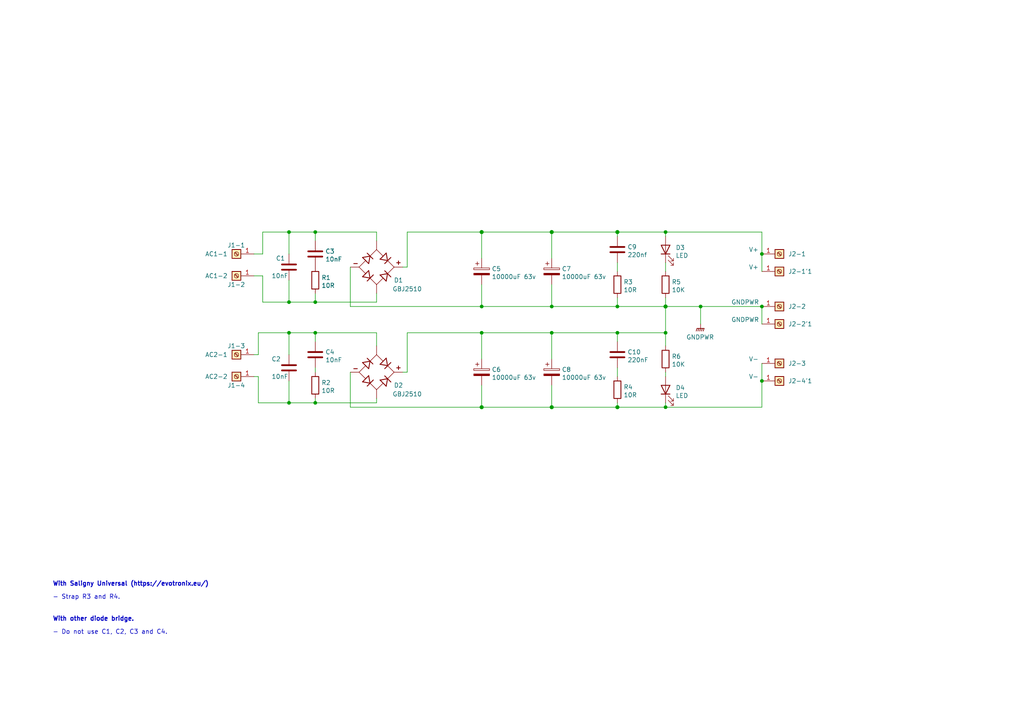
<source format=kicad_sch>
(kicad_sch (version 20230121) (generator eeschema)
  (paper "A4")
  (title_block (title "Q17 Power Supply Universal") (date "2023-08-21") (rev "1.0") (company "by stef"))
  (lib_symbols
    (symbol "Bridge_GBJ:GBJ2510" (pin_numbers hide) (pin_names (offset 1.016))
      (property "Reference" "D" (at 5.08 5.08 0))
      (property "Value" "GBJ2510" (at 5.08 -7.62 0))
      (symbol "GBJ2510_0_0"
        (polyline (pts (xy -6.858 1.27) (xy -5.842 1.27)) (stroke (width 0.254)))
        (polyline (pts (xy -6.35 0.762) (xy -6.35 1.778)) (stroke (width 0.254)))
        (polyline (pts (xy -5.08 0) (xy -3.175 -1.905)) (stroke (width 0.1524)))
        (polyline (pts (xy -3.175 -1.905) (xy -2.794 -4.064)) (stroke (width 0.254)))
        (polyline (pts (xy -3.175 -1.905) (xy -1.016 -2.286)) (stroke (width 0.254)))
        (polyline (pts (xy -3.175 1.905) (xy -5.08 0)) (stroke (width 0.1524)))
        (polyline (pts (xy -3.175 1.905) (xy -2.794 4.064)) (stroke (width 0.254)))
        (polyline (pts (xy -3.175 1.905) (xy -1.016 2.286)) (stroke (width 0.254)))
        (polyline (pts (xy -2.3622 -1.0668) (xy -4.1402 -2.8448)) (stroke (width 0.254)))
        (polyline (pts (xy -2.3622 1.016) (xy -4.1402 2.794)) (stroke (width 0.254)))
        (polyline (pts (xy -1.016 -2.286) (xy -2.794 -4.064)) (stroke (width 0.254)))
        (polyline (pts (xy -1.016 2.286) (xy -2.794 4.064)) (stroke (width 0.254)))
        (polyline (pts (xy 0 -5.08) (xy -1.8034 -3.2766)) (stroke (width 0.1524)))
        (polyline (pts (xy 0 -5.08) (xy 1.905 -3.175)) (stroke (width 0.1524)))
        (polyline (pts (xy 0 5.08) (xy -1.8034 3.2766)) (stroke (width 0.1524)))
        (polyline (pts (xy 1.905 -3.175) (xy 2.286 -1.016)) (stroke (width 0.254)))
        (polyline (pts (xy 1.905 -3.175) (xy 4.064 -2.794)) (stroke (width 0.254)))
        (polyline (pts (xy 1.905 3.175) (xy 0 5.08)) (stroke (width 0.1524)))
        (polyline (pts (xy 1.905 3.175) (xy 2.286 1.016)) (stroke (width 0.254)))
        (polyline (pts (xy 1.905 3.175) (xy 4.064 2.794)) (stroke (width 0.254)))
        (polyline (pts (xy 2.7178 -4.0386) (xy 0.9398 -2.2606)) (stroke (width 0.254)))
        (polyline (pts (xy 2.7178 4.0386) (xy 1.0668 2.3876)) (stroke (width 0.254)))
        (polyline (pts (xy 3.2766 -1.8034) (xy 5.08 0)) (stroke (width 0.1524)))
        (polyline (pts (xy 4.064 -2.794) (xy 2.286 -1.016)) (stroke (width 0.254)))
        (polyline (pts (xy 4.064 2.794) (xy 2.286 1.016)) (stroke (width 0.254)))
        (polyline (pts (xy 5.08 0) (xy 3.2766 1.8034)) (stroke (width 0.1524)))
        (polyline (pts (xy 5.588 1.016) (xy 6.604 1.016)) (stroke (width 0.254)))
        (pin passive line (at -7.62 0 0) (length 2.54) (name "~") (number "1"))
        (pin passive line (at 0 7.62 270) (length 2.54) (name "~") (number "2"))
        (pin passive line (at 0 -7.62 90) (length 2.54) (name "~") (number "3"))
        (pin passive line (at 7.62 0 180) (length 2.54) (name "~") (number "4"))
      )
    )
    (symbol "Connector:Screw_Terminal_01x01" (pin_names (offset 1.016) hide)
      (property "Reference" "J" (at 0 2.54 0))
      (property "Value" "Screw_Terminal_01x01" (at 0 -2.54 0))
      (symbol "Screw_Terminal_01x01_1_1"
        (rectangle (start -1.27 1.27) (end 1.27 -1.27) (stroke (width 0.254)) (fill (type background)))
        (polyline (pts (xy -0.5334 0.3302) (xy 0.3302 -0.508)) (stroke (width 0.1524)))
        (polyline (pts (xy -0.3556 0.508) (xy 0.508 -0.3302)) (stroke (width 0.1524)))
        (circle (center 0 0) (radius 0.635) (stroke (width 0.1524)))
        (pin passive line (at -5.08 0 0) (length 3.81) (name "Pin_1") (number "1"))
      )
    )
    (symbol "Device:C" (pin_numbers hide) (pin_names (offset 0.254))
      (property "Reference" "C" (at 0.635 2.54 0))
      (property "Value" "C" (at 0.635 -2.54 0))
      (symbol "C_0_1"
        (polyline (pts (xy -2.032 -0.762) (xy 2.032 -0.762)) (stroke (width 0.508)))
        (polyline (pts (xy -2.032 0.762) (xy 2.032 0.762)) (stroke (width 0.508)))
      )
      (symbol "C_1_1"
        (pin passive line (at 0 3.81 270) (length 2.794) (name "~") (number "1"))
        (pin passive line (at 0 -3.81 90) (length 2.794) (name "~") (number "2"))
      )
    )
    (symbol "Device:C_Polarized" (pin_numbers hide) (pin_names (offset 0.254))
      (property "Reference" "C" (at 0.635 2.54 0))
      (property "Value" "C_Polarized" (at 0.635 -2.54 0))
      (symbol "C_Polarized_0_1"
        (rectangle (start -2.286 0.508) (end 2.286 1.016))
        (polyline (pts (xy -1.778 2.286) (xy -0.762 2.286)))
        (polyline (pts (xy -1.27 2.794) (xy -1.27 1.778)))
        (rectangle (start 2.286 -0.508) (end -2.286 -1.016) (fill (type outline)))
      )
      (symbol "C_Polarized_1_1"
        (pin passive line (at 0 3.81 270) (length 2.794) (name "~") (number "1"))
        (pin passive line (at 0 -3.81 90) (length 2.794) (name "~") (number "2"))
      )
    )
    (symbol "Device:LED" (pin_numbers hide) (pin_names (offset 1.016) hide)
      (property "Reference" "D" (at 0 2.54 0))
      (property "Value" "LED" (at 0 -2.54 0))
      (symbol "LED_0_1"
        (polyline (pts (xy -1.27 -1.27) (xy -1.27 1.27)) (stroke (width 0.254)))
        (polyline (pts (xy -1.27 0) (xy 1.27 0)))
        (polyline (pts (xy 1.27 -1.27) (xy 1.27 1.27) (xy -1.27 0) (xy 1.27 -1.27)) (stroke (width 0.254)))
        (polyline (pts (xy -3.048 -0.762) (xy -4.572 -2.286) (xy -3.81 -2.286) (xy -4.572 -2.286) (xy -4.572 -1.524)))
        (polyline (pts (xy -1.778 -0.762) (xy -3.302 -2.286) (xy -2.54 -2.286) (xy -3.302 -2.286) (xy -3.302 -1.524)))
      )
      (symbol "LED_1_1"
        (pin passive line (at -3.81 0 0) (length 2.54) (name "K") (number "1"))
        (pin passive line (at 3.81 0 180) (length 2.54) (name "A") (number "2"))
      )
    )
    (symbol "Device:R" (pin_numbers hide) (pin_names (offset 0))
      (property "Reference" "R" (at 2.032 0 90))
      (property "Value" "R" (at 0 0 90))
      (symbol "R_0_1"
        (rectangle (start -1.016 -2.54) (end 1.016 2.54) (stroke (width 0.254)))
      )
      (symbol "R_1_1"
        (pin passive line (at 0 3.81 270) (length 1.27) (name "~") (number "1"))
        (pin passive line (at 0 -3.81 90) (length 1.27) (name "~") (number "2"))
      )
    )
    (symbol "GBJ2510_1" (pin_numbers hide) (pin_names (offset 1.016))
      (property "Reference" "D" (at 5.08 5.08 0))
      (property "Value" "GBJ2510" (at 5.08 -7.62 0))
      (symbol "GBJ2510_1_0_0"
        (polyline (pts (xy -6.858 1.27) (xy -5.842 1.27)) (stroke (width 0.254)))
        (polyline (pts (xy -6.35 0.762) (xy -6.35 1.778)) (stroke (width 0.254)))
        (polyline (pts (xy -5.08 0) (xy -3.175 -1.905)) (stroke (width 0.1524)))
        (polyline (pts (xy -3.175 -1.905) (xy -2.794 -4.064)) (stroke (width 0.254)))
        (polyline (pts (xy -3.175 -1.905) (xy -1.016 -2.286)) (stroke (width 0.254)))
        (polyline (pts (xy -3.175 1.905) (xy -5.08 0)) (stroke (width 0.1524)))
        (polyline (pts (xy -3.175 1.905) (xy -2.794 4.064)) (stroke (width 0.254)))
        (polyline (pts (xy -3.175 1.905) (xy -1.016 2.286)) (stroke (width 0.254)))
        (polyline (pts (xy -2.3622 -1.0668) (xy -4.1402 -2.8448)) (stroke (width 0.254)))
        (polyline (pts (xy -2.3622 1.016) (xy -4.1402 2.794)) (stroke (width 0.254)))
        (polyline (pts (xy -1.016 -2.286) (xy -2.794 -4.064)) (stroke (width 0.254)))
        (polyline (pts (xy -1.016 2.286) (xy -2.794 4.064)) (stroke (width 0.254)))
        (polyline (pts (xy 0 -5.08) (xy -1.8034 -3.2766)) (stroke (width 0.1524)))
        (polyline (pts (xy 0 -5.08) (xy 1.905 -3.175)) (stroke (width 0.1524)))
        (polyline (pts (xy 0 5.08) (xy -1.8034 3.2766)) (stroke (width 0.1524)))
        (polyline (pts (xy 1.905 -3.175) (xy 2.286 -1.016)) (stroke (width 0.254)))
        (polyline (pts (xy 1.905 -3.175) (xy 4.064 -2.794)) (stroke (width 0.254)))
        (polyline (pts (xy 1.905 3.175) (xy 0 5.08)) (stroke (width 0.1524)))
        (polyline (pts (xy 1.905 3.175) (xy 2.286 1.016)) (stroke (width 0.254)))
        (polyline (pts (xy 1.905 3.175) (xy 4.064 2.794)) (stroke (width 0.254)))
        (polyline (pts (xy 2.7178 -4.0386) (xy 0.9398 -2.2606)) (stroke (width 0.254)))
        (polyline (pts (xy 2.7178 4.0386) (xy 1.0668 2.3876)) (stroke (width 0.254)))
        (polyline (pts (xy 3.2766 -1.8034) (xy 5.08 0)) (stroke (width 0.1524)))
        (polyline (pts (xy 4.064 -2.794) (xy 2.286 -1.016)) (stroke (width 0.254)))
        (polyline (pts (xy 4.064 2.794) (xy 2.286 1.016)) (stroke (width 0.254)))
        (polyline (pts (xy 5.08 0) (xy 3.2766 1.8034)) (stroke (width 0.1524)))
        (polyline (pts (xy 5.588 1.016) (xy 6.604 1.016)) (stroke (width 0.254)))
        (pin passive line (at -7.62 0 0) (length 2.54) (name "~") (number "1"))
        (pin passive line (at 0 7.62 270) (length 2.54) (name "~") (number "2"))
        (pin passive line (at 0 -7.62 90) (length 2.54) (name "~") (number "3"))
        (pin passive line (at 7.62 0 180) (length 2.54) (name "~") (number "4"))
      )
    )
    (symbol "power:GNDPWR" (power) (pin_names (offset 0))
      (property "Value" "GNDPWR" (at 0 -3.302 0))
      (symbol "GNDPWR_0_1"
        (polyline (pts (xy 0 -1.27) (xy 0 0)))
        (polyline (pts (xy -1.016 -1.27) (xy -1.27 -2.032) (xy -1.27 -2.032)) (stroke (width 0.2032)))
        (polyline (pts (xy -0.508 -1.27) (xy -0.762 -2.032) (xy -0.762 -2.032)) (stroke (width 0.2032)))
        (polyline (pts (xy 0 -1.27) (xy -0.254 -2.032) (xy -0.254 -2.032)) (stroke (width 0.2032)))
        (polyline (pts (xy 0.508 -1.27) (xy 0.254 -2.032) (xy 0.254 -2.032)) (stroke (width 0.2032)))
        (polyline (pts (xy 1.016 -1.27) (xy -1.016 -1.27) (xy -1.016 -1.27)) (stroke (width 0.2032)))
        (polyline (pts (xy 1.016 -1.27) (xy 0.762 -2.032) (xy 0.762 -2.032) (xy 0.762 -2.032)) (stroke (width 0.2032)))
      )
      (symbol "GNDPWR_1_1"
        (pin power_in line (at 0 0 270) (length 0) hide (name "GNDPWR") (number "1"))
      )
    )
  )
  (junction (at 193.04 88.9) (diameter 1.016))
  (junction (at 139.7 88.9))
  (junction (at 203.2 88.9))
  (junction (at 83.82 67.31))
  (junction (at 160.02 88.9))
  (junction (at 179.07 88.9))
  (junction (at 91.44 116.84))
  (junction (at 160.02 96.52))
  (junction (at 193.04 67.31))
  (junction (at 179.07 118.11) (diameter 1.016))
  (junction (at 139.7 96.52))
  (junction (at 220.98 88.9))
  (junction (at 83.82 87.63))
  (junction (at 160.02 118.11) (diameter 1.016))
  (junction (at 139.7 67.31) (diameter 1.016))
  (junction (at 91.44 67.31))
  (junction (at 160.02 67.31) (diameter 1.016))
  (junction (at 91.44 96.52))
  (junction (at 179.07 67.31) (diameter 1.016))
  (junction (at 139.7 118.11) (diameter 1.016))
  (junction (at 193.04 96.52))
  (junction (at 179.07 96.52))
  (junction (at 83.82 116.84))
  (junction (at 83.82 96.52))
  (junction (at 91.44 87.63))
  (junction (at 220.98 73.66))
  (junction (at 220.98 110.49))
  (junction (at 193.04 118.11))
  (wire (pts (xy 109.22 87.63) (xy 109.22 85.09)))
  (wire (pts (xy 203.2 88.9) (xy 220.98 88.9)))
  (wire (pts (xy 91.44 107.95) (xy 91.44 106.68)))
  (wire (pts (xy 179.07 96.52) (xy 179.07 99.06)))
  (wire (pts (xy 139.7 96.52) (xy 139.7 104.14)))
  (wire (pts (xy 91.44 85.09) (xy 91.44 87.63)))
  (wire (pts (xy 220.98 73.66) (xy 220.98 78.74)))
  (wire (pts (xy 179.07 67.31) (xy 179.07 68.58)))
  (wire (pts (xy 83.82 96.52) (xy 74.93 96.52)))
  (wire (pts (xy 73.66 109.22) (xy 74.93 109.22)))
  (wire (pts (xy 83.82 87.63) (xy 91.44 87.63)))
  (wire (pts (xy 91.44 87.63) (xy 109.22 87.63)))
  (wire (pts (xy 179.07 106.68) (xy 179.07 109.22)))
  (wire (pts (xy 83.82 67.31) (xy 91.44 67.31)))
  (wire (pts (xy 179.07 86.36) (xy 179.07 88.9)))
  (wire (pts (xy 220.98 110.49) (xy 220.98 118.11)))
  (wire (pts (xy 109.22 67.31) (xy 109.22 69.85)))
  (wire (pts (xy 91.44 96.52) (xy 83.82 96.52)))
  (wire (pts (xy 101.6 107.95) (xy 101.6 118.11)))
  (wire (pts (xy 83.82 110.49) (xy 83.82 116.84)))
  (wire (pts (xy 76.2 73.66) (xy 73.66 73.66)))
  (wire (pts (xy 91.44 67.31) (xy 91.44 69.85)))
  (wire (pts (xy 179.07 76.2) (xy 179.07 78.74)))
  (wire (pts (xy 91.44 67.31) (xy 109.22 67.31)))
  (wire (pts (xy 91.44 115.57) (xy 91.44 116.84)))
  (wire (pts (xy 118.11 77.47) (xy 116.84 77.47)))
  (wire (pts (xy 220.98 118.11) (xy 193.04 118.11)))
  (wire (pts (xy 73.66 80.01) (xy 76.2 80.01)))
  (wire (pts (xy 76.2 67.31) (xy 83.82 67.31)))
  (wire (pts (xy 193.04 107.95) (xy 193.04 109.22)))
  (wire (pts (xy 220.98 105.41) (xy 220.98 110.49)))
  (wire (pts (xy 193.04 76.2) (xy 193.04 78.74)))
  (wire (pts (xy 91.44 96.52) (xy 91.44 99.06)))
  (wire (pts (xy 76.2 80.01) (xy 76.2 87.63)))
  (wire (pts (xy 76.2 87.63) (xy 83.82 87.63)))
  (wire (pts (xy 193.04 67.31) (xy 193.04 68.58)))
  (wire (pts (xy 203.2 88.9) (xy 203.2 93.98)))
  (wire (pts (xy 160.02 111.76) (xy 160.02 118.11)))
  (wire (pts (xy 73.66 102.87) (xy 74.93 102.87)))
  (wire (pts (xy 118.11 96.52) (xy 139.7 96.52)))
  (wire (pts (xy 118.11 107.95) (xy 118.11 96.52)))
  (wire (pts (xy 139.7 96.52) (xy 160.02 96.52)))
  (wire (pts (xy 179.07 96.52) (xy 193.04 96.52)))
  (wire (pts (xy 193.04 88.9) (xy 203.2 88.9)))
  (wire (pts (xy 220.98 88.9) (xy 220.98 93.98)))
  (wire (pts (xy 160.02 96.52) (xy 179.07 96.52)))
  (wire (pts (xy 139.7 82.55) (xy 139.7 88.9)))
  (wire (pts (xy 91.44 116.84) (xy 109.22 116.84)))
  (wire (pts (xy 109.22 96.52) (xy 109.22 100.33)))
  (wire (pts (xy 91.44 96.52) (xy 109.22 96.52)))
  (wire (pts (xy 83.82 96.52) (xy 83.82 102.87)))
  (wire (pts (xy 118.11 67.31) (xy 139.7 67.31)))
  (wire (pts (xy 118.11 77.47) (xy 118.11 67.31)))
  (wire (pts (xy 139.7 67.31) (xy 160.02 67.31)))
  (wire (pts (xy 160.02 67.31) (xy 179.07 67.31)))
  (wire (pts (xy 118.11 107.95) (xy 116.84 107.95)))
  (wire (pts (xy 193.04 96.52) (xy 193.04 100.33)))
  (wire (pts (xy 193.04 86.36) (xy 193.04 88.9)))
  (wire (pts (xy 74.93 109.22) (xy 74.93 116.84)))
  (wire (pts (xy 74.93 116.84) (xy 83.82 116.84)))
  (wire (pts (xy 74.93 96.52) (xy 74.93 102.87)))
  (wire (pts (xy 160.02 82.55) (xy 160.02 88.9)))
  (wire (pts (xy 139.7 67.31) (xy 139.7 74.93)))
  (wire (pts (xy 193.04 67.31) (xy 220.98 67.31)))
  (wire (pts (xy 160.02 96.52) (xy 160.02 104.14)))
  (wire (pts (xy 179.07 116.84) (xy 179.07 118.11)))
  (wire (pts (xy 139.7 111.76) (xy 139.7 118.11)))
  (wire (pts (xy 220.98 67.31) (xy 220.98 73.66)))
  (wire (pts (xy 179.07 67.31) (xy 193.04 67.31)))
  (wire (pts (xy 101.6 77.47) (xy 101.6 88.9)))
  (wire (pts (xy 101.6 88.9) (xy 139.7 88.9)))
  (wire (pts (xy 139.7 88.9) (xy 160.02 88.9)))
  (wire (pts (xy 160.02 88.9) (xy 179.07 88.9)))
  (wire (pts (xy 179.07 88.9) (xy 193.04 88.9)))
  (wire (pts (xy 83.82 81.28) (xy 83.82 87.63)))
  (wire (pts (xy 101.6 118.11) (xy 139.7 118.11)))
  (wire (pts (xy 139.7 118.11) (xy 160.02 118.11)))
  (wire (pts (xy 160.02 118.11) (xy 179.07 118.11)))
  (wire (pts (xy 179.07 118.11) (xy 193.04 118.11)))
  (wire (pts (xy 193.04 118.11) (xy 193.04 116.84)))
  (wire (pts (xy 83.82 67.31) (xy 83.82 73.66)))
  (wire (pts (xy 76.2 73.66) (xy 76.2 67.31)))
  (wire (pts (xy 193.04 88.9) (xy 193.04 96.52)))
  (wire (pts (xy 160.02 67.31) (xy 160.02 74.93)))
  (wire (pts (xy 109.22 116.84) (xy 109.22 115.57)))
  (wire (pts (xy 91.44 116.84) (xy 83.82 116.84)))
  (text "- Strap R3 and R4." (at 15.24 173.99 0) (effects (font (size 1.27 1.27)) (justify left bottom)))
  (text "With Saligny Universal (https://evotronix.eu/)" (at 15.24 170.18 0) (effects (font (size 1.27 1.27) (thickness 0.254) bold) (justify left bottom)))
  (text "With other diode bridge." (at 15.24 180.34 0) (effects (font (size 1.27 1.27) (thickness 0.254) bold) (justify left bottom)))
  (text "- Do not use C1, C2, C3 and C4." (at 15.24 184.15 0) (effects (font (size 1.27 1.27)) (justify left bottom)))
  (symbol (lib_id "Connector:Screw_Terminal_01x01") (at 68.58 109.22 180) (unit 1)
    (property "Reference" "J1-4" (at 71.12 111.76 0) (effects (justify left)))
    (property "Value" "AC2-2" (at 66.04 109.22 0) (effects (justify left)))
    (property "Footprint" "Q17_Library:Faston_Connector_63849-1_TEC" (effects hide))
    (property "Datasheet" "https://www.te.com/commerce/DocumentDelivery/DDEController?Action=srchrtrv&DocNm=63824&DocType=Customer+Drawing&DocLang=English&PartCntxt=63824-1&DocFormat=pdf" (effects hide))
    (property "Part#" "TE Connectivity 63849-1" (effects hide))
    (property "Mouser" "571-638241" (effects hide))
  )
  (symbol (lib_id "Device:C_Polarized") (at 139.7 78.74 0) (unit 1)
    (property "Reference" "C5" (at 142.6211 77.9791 0) (effects (justify left)))
    (property "Value" "10000uF 63v" (at 142.6211 80.2778 0) (effects (justify left)))
    (property "Footprint" "Capacitor_THT:CP_Radial_D35.0mm_P10.00mm_SnapIn" (effects hide))
    (property "Datasheet" "https://www.we-online.com/catalog/datasheet/861020786030.pdf" (effects hide))
    (property "Part#" "861020786030" (effects hide))
    (property "Mouser" "710-861020786030" (effects hide))
  )
  (symbol (lib_id "Device:C") (at 83.82 77.47 0) (unit 1)
    (property "Reference" "C1" (at 80.01 74.93 0) (effects (justify left)))
    (property "Value" "10nF" (at 78.74 80.01 0) (effects (justify left)))
    (property "Footprint" "Capacitor_THT:C_Rect_L10.0mm_W4.0mm_P7.50mm_MKS4" (effects hide))
    (property "Datasheet" "https://www.mouser.fr/datasheet/2/212/1/KEM_F3034_R76-1103045.pdf" (effects hide))
    (property "Part#" "80-R76QF21005050J" (effects hide))
    (property "Mouser" "R76QF21005050J" (effects hide))
  )
  (symbol (lib_id "Connector:Screw_Terminal_01x01") (at 226.06 88.9 0) (unit 1)
    (property "Reference" "J2-2" (at 228.6 88.9 0) (effects (justify left)))
    (property "Value" "GNDPWR" (at 212.09 87.63 0) (effects (justify left)))
    (property "Footprint" "Q17_Library:Faston_Connector_63849-1_TEC" (effects hide))
    (property "Datasheet" "https://www.te.com/commerce/DocumentDelivery/DDEController?Action=srchrtrv&DocNm=63824&DocType=Customer+Drawing&DocLang=English&PartCntxt=63824-1&DocFormat=pdf" (effects hide))
    (property "Part#" "TE Connectivity 63849-1" (effects hide))
    (property "Mouser" "571-638241" (effects hide))
  )
  (symbol (lib_id "Connector:Screw_Terminal_01x01") (at 226.06 78.74 0) (unit 1)
    (property "Reference" "J2-1'1" (at 228.6 78.74 0) (effects (justify left)))
    (property "Value" "V+" (at 217.17 77.47 0) (effects (justify left)))
    (property "Footprint" "Q17_Library:Faston_Connector_63849-1_TEC" (effects hide))
    (property "Datasheet" "https://www.te.com/commerce/DocumentDelivery/DDEController?Action=srchrtrv&DocNm=63824&DocType=Customer+Drawing&DocLang=English&PartCntxt=63824-1&DocFormat=pdf" (effects hide))
    (property "Part#" "TE Connectivity 63849-1" (effects hide))
    (property "Mouser" "571-638241" (effects hide))
  )
  (symbol (lib_id "Device:C") (at 83.82 106.68 0) (unit 1)
    (property "Reference" "C2" (at 78.74 104.14 0) (effects (justify left)))
    (property "Value" "10nF" (at 78.74 109.22 0) (effects (justify left)))
    (property "Footprint" "Capacitor_THT:C_Rect_L10.0mm_W4.0mm_P7.50mm_MKS4" (effects hide))
    (property "Datasheet" "https://www.mouser.fr/datasheet/2/212/1/KEM_F3034_R76-1103045.pdf" (effects hide))
    (property "Part#" "R76QF21005050J" (effects hide))
    (property "Mouser" "80-R76QF21005050J" (effects hide))
  )
  (symbol (lib_id "Device:R") (at 193.04 104.14 0) (unit 1)
    (property "Reference" "R6" (at 194.8181 103.3791 0) (effects (justify left)))
    (property "Value" "10K" (at 194.8181 105.6778 0) (effects (justify left)))
    (property "Footprint" "Resistor_THT:R_Axial_DIN0207_L6.3mm_D2.5mm_P10.16mm_Horizontal" (effects hide))
    (property "Datasheet" "https://www.vishay.com/doc?28729" (effects hide))
    (property "Part#" "594-5073NW10K00J" (effects hide))
    (property "Mouser" "PR01000101002JR500" (effects hide))
  )
  (symbol (lib_id "Device:R") (at 179.07 82.55 0) (unit 1)
    (property "Reference" "R3" (at 180.8481 81.7891 0) (effects (justify left)))
    (property "Value" "10R" (at 180.8481 84.0878 0) (effects (justify left)))
    (property "Footprint" "Resistor_THT:R_Axial_DIN0207_L6.3mm_D2.5mm_P10.16mm_Horizontal" (effects hide))
    (property "Datasheet" "https://www.vishay.com/doc?28724" (effects hide))
    (property "Part#" "MRS25000C1009FRP00" (effects hide))
    (property "Mouser" "594-MRS25000C1009FRP" (effects hide))
  )
  (symbol (lib_id "Device:R") (at 91.44 111.76 0) (unit 1)
    (property "Reference" "R2" (at 93.2181 110.9991 0) (effects (justify left)))
    (property "Value" "10R" (at 93.2181 113.2978 0) (effects (justify left)))
    (property "Footprint" "Resistor_THT:R_Axial_DIN0207_L6.3mm_D2.5mm_P10.16mm_Horizontal" (effects hide))
    (property "Datasheet" "https://www.vishay.com/doc?28724" (effects hide))
    (property "Part#" "MRS25000C1009FRP00" (effects hide))
    (property "Mouser" "594-MRS25000C1009FRP" (effects hide))
  )
  (symbol (lib_id "Connector:Screw_Terminal_01x01") (at 226.06 105.41 0) (unit 1)
    (property "Reference" "J2-3" (at 228.6 105.41 0) (effects (justify left)))
    (property "Value" "V-" (at 217.17 104.14 0) (effects (justify left)))
    (property "Footprint" "Q17_Library:Faston_Connector_63849-1_TEC" (effects hide))
    (property "Datasheet" "https://www.te.com/commerce/DocumentDelivery/DDEController?Action=srchrtrv&DocNm=63824&DocType=Customer+Drawing&DocLang=English&PartCntxt=63824-1&DocFormat=pdf" (effects hide))
    (property "Part#" "TE Connectivity 63849-1" (effects hide))
    (property "Mouser" "571-638241" (effects hide))
  )
  (symbol (lib_id "Device:LED") (at 193.04 113.03 90) (unit 1)
    (property "Reference" "D4" (at 195.9611 112.4596 90) (effects (justify right)))
    (property "Value" "LED" (at 195.9611 114.7583 90) (effects (justify right)))
    (property "Footprint" "LED_THT:LED_D5.0mm" (effects hide))
    (property "Datasheet" "https://www.vishay.com/doc?83012" (effects hide))
    (property "Part#" "TLHR5400" (effects hide))
    (property "Mouser" "78-TLHR5400" (effects hide))
  )
  (symbol (lib_id "Device:C_Polarized") (at 160.02 107.95 0) (unit 1)
    (property "Reference" "C8" (at 162.9411 107.1891 0) (effects (justify left)))
    (property "Value" "10000uF 63v" (at 162.9411 109.4878 0) (effects (justify left)))
    (property "Footprint" "Capacitor_THT:CP_Radial_D35.0mm_P10.00mm_SnapIn" (effects hide))
    (property "Datasheet" "https://www.we-online.com/catalog/datasheet/861020786030.pdf" (effects hide))
    (property "Part#" "861020786030" (effects hide))
    (property "Mouser" "710-861020786030" (effects hide))
  )
  (symbol (lib_id "Connector:Screw_Terminal_01x01") (at 68.58 102.87 180) (unit 1)
    (property "Reference" "J1-3" (at 71.12 100.33 0) (effects (justify left)))
    (property "Value" "AC2-1" (at 66.04 102.87 0) (effects (justify left)))
    (property "Footprint" "Q17_Library:Faston_Connector_63849-1_TEC" (effects hide))
    (property "Datasheet" "https://www.te.com/commerce/DocumentDelivery/DDEController?Action=srchrtrv&DocNm=63824&DocType=Customer+Drawing&DocLang=English&PartCntxt=63824-1&DocFormat=pdf" (effects hide))
    (property "Part#" "TE Connectivity 63849-1" (effects hide))
    (property "Mouser" "571-638241" (effects hide))
  )
  (symbol (lib_id "Connector:Screw_Terminal_01x01") (at 226.06 110.49 0) (unit 1)
    (property "Reference" "J2-4'1" (at 228.6 110.49 0) (effects (justify left)))
    (property "Value" "V-" (at 217.17 109.22 0) (effects (justify left)))
    (property "Footprint" "Q17_Library:Faston_Connector_63849-1_TEC" (effects hide))
    (property "Datasheet" "https://www.te.com/commerce/DocumentDelivery/DDEController?Action=srchrtrv&DocNm=63824&DocType=Customer+Drawing&DocLang=English&PartCntxt=63824-1&DocFormat=pdf" (effects hide))
    (property "Part#" "TE Connectivity 63849-1" (effects hide))
    (property "Mouser" "571-638241" (effects hide))
  )
  (symbol (lib_id "Device:C_Polarized") (at 139.7 107.95 0) (unit 1)
    (property "Reference" "C6" (at 142.6211 107.1891 0) (effects (justify left)))
    (property "Value" "10000uF 63v" (at 142.6211 109.4878 0) (effects (justify left)))
    (property "Footprint" "Capacitor_THT:CP_Radial_D35.0mm_P10.00mm_SnapIn" (effects hide))
    (property "Datasheet" "https://www.we-online.com/catalog/datasheet/861020786030.pdf" (effects hide))
    (property "Part#" "861020786030" (effects hide))
    (property "Mouser" "710-861020786030" (effects hide))
  )
  (symbol (lib_id "Device:C_Polarized") (at 160.02 78.74 0) (unit 1)
    (property "Reference" "C7" (at 162.9411 77.9791 0) (effects (justify left)))
    (property "Value" "10000uF 63v" (at 162.9411 80.2778 0) (effects (justify left)))
    (property "Footprint" "Capacitor_THT:CP_Radial_D35.0mm_P10.00mm_SnapIn" (effects hide))
    (property "Datasheet" "https://www.we-online.com/catalog/datasheet/861020786030.pdf" (effects hide))
    (property "Part#" "861020786030" (effects hide))
    (property "Mouser" "710-861020786030" (effects hide))
  )
  (symbol (lib_id "Device:R") (at 91.44 81.28 0) (unit 1)
    (property "Reference" "R1" (at 93.2181 80.5191 0) (effects (justify left)))
    (property "Value" "10R" (at 93.2181 82.8178 0) (effects (justify left)))
    (property "Footprint" "Resistor_THT:R_Axial_DIN0207_L6.3mm_D2.5mm_P10.16mm_Horizontal" (effects hide))
    (property "Datasheet" "https://www.vishay.com/doc?28724" (effects hide))
    (property "Part#" "MRS25000C1009FRP00" (effects hide))
    (property "Mouser" "594-MRS25000C1009FRP" (effects hide))
  )
  (symbol (lib_id "Device:C") (at 91.44 73.66 0) (unit 1)
    (property "Reference" "C3" (at 94.3611 72.8991 0) (effects (justify left)))
    (property "Value" "10nF" (at 94.3611 75.1978 0) (effects (justify left)))
    (property "Footprint" "Capacitor_THT:C_Rect_L13.0mm_W5.0mm_P10.00mm_FKS3_FKP3_MKS4" (effects hide))
    (property "Datasheet" "https://www.mouser.fr/datasheet/2/88/MPX-2944692.pdf" (effects hide))
    (property "Part#" "MPX103K305D" (effects hide))
    (property "Mouser" "598-MPX103K305D" (effects hide))
  )
  (symbol (lib_id "Bridge_GBJ:GBJ2510") (at 109.22 77.47 0) (mirror y) (unit 1)
    (property "Reference" "D1" (at 115.57 81.28 0))
    (property "Value" "GBJ2510" (at 118.11 83.82 0))
    (property "Footprint" "Q17_Library:DIOB_GBJ2510" (effects hide))
    (property "Datasheet" "https://www.vishay.com/doc?88646" (effects hide))
    (property "Part#" "GSIB2580-E3/45" (effects hide))
    (property "Mouser" "625-GSIB2580-E3" (effects hide))
  )
  (symbol (lib_id "Device:C") (at 91.44 102.87 0) (unit 1)
    (property "Reference" "C4" (at 94.3611 102.1091 0) (effects (justify left)))
    (property "Value" "10nF" (at 94.3611 104.4078 0) (effects (justify left)))
    (property "Footprint" "Capacitor_THT:C_Rect_L13.0mm_W5.0mm_P10.00mm_FKS3_FKP3_MKS4" (effects hide))
    (property "Datasheet" "https://www.mouser.fr/datasheet/2/88/MPX-2944692.pdf" (effects hide))
    (property "Part#" "MPX103K305D" (effects hide))
    (property "Mouser" "598-MPX103K305D" (effects hide))
  )
  (symbol (lib_id "power:GNDPWR") (at 203.2 93.98 0) (unit 1)
    (property "Reference" "#PWR01" (effects hide))
    (property "Value" "GNDPWR" (at 203.073 97.79 0))
  )
  (symbol (lib_id "Device:C") (at 179.07 102.87 0) (unit 1)
    (property "Reference" "C10" (at 181.9911 102.1091 0) (effects (justify left)))
    (property "Value" "220nF" (at 181.9911 104.4078 0) (effects (justify left)))
    (property "Footprint" "Capacitor_THT:C_Rect_L18.0mm_W8.0mm_P15.00mm_FKS3_FKP3" (effects hide))
    (property "Datasheet" "https://www.mouser.fr/datasheet/2/88/MPX-2944692.pdf" (effects hide))
    (property "Part#" "MPX224K305E" (effects hide))
    (property "Mouser" "598-MPX224K305E" (effects hide))
  )
  (symbol (lib_id "Device:C") (at 179.07 72.39 0) (unit 1)
    (property "Reference" "C9" (at 181.9911 71.6291 0) (effects (justify left)))
    (property "Value" "220nf" (at 181.9911 73.9278 0) (effects (justify left)))
    (property "Footprint" "Capacitor_THT:C_Rect_L18.0mm_W8.0mm_P15.00mm_FKS3_FKP3" (effects hide))
    (property "Datasheet" "https://www.mouser.fr/datasheet/2/88/MPX-2944692.pdf" (effects hide))
    (property "Part#" "MPX224K305E" (effects hide))
    (property "Mouser" "598-MPX224K305E" (effects hide))
  )
  (symbol (lib_id "Connector:Screw_Terminal_01x01") (at 226.06 73.66 0) (unit 1)
    (property "Reference" "J2-1" (at 228.6 73.66 0) (effects (justify left)))
    (property "Value" "V+" (at 217.17 72.39 0) (effects (justify left)))
    (property "Footprint" "Q17_Library:Faston_Connector_63849-1_TEC" (effects hide))
    (property "Datasheet" "https://www.te.com/commerce/DocumentDelivery/DDEController?Action=srchrtrv&DocNm=63824&DocType=Customer+Drawing&DocLang=English&PartCntxt=63824-1&DocFormat=pdf" (effects hide))
    (property "Part#" "TE Connectivity 63849-1" (effects hide))
    (property "Mouser" "571-638241" (effects hide))
  )
  (symbol (lib_id "Device:R") (at 179.07 113.03 0) (unit 1)
    (property "Reference" "R4" (at 180.8481 112.2691 0) (effects (justify left)))
    (property "Value" "10R" (at 180.8481 114.5678 0) (effects (justify left)))
    (property "Footprint" "Resistor_THT:R_Axial_DIN0207_L6.3mm_D2.5mm_P10.16mm_Horizontal" (effects hide))
    (property "Datasheet" "https://www.vishay.com/doc?28724" (effects hide))
    (property "Part#" "MRS25000C1009FRP00" (effects hide))
    (property "Mouser" "594-MRS25000C1009FRP" (effects hide))
  )
  (symbol (lib_id "Connector:Screw_Terminal_01x01") (at 68.58 73.66 180) (unit 1)
    (property "Reference" "J1-1" (at 71.12 71.12 0) (effects (justify left)))
    (property "Value" "AC1-1" (at 66.04 73.66 0) (effects (justify left)))
    (property "Footprint" "Q17_Library:Faston_Connector_63849-1_TEC" (effects hide))
    (property "Datasheet" "https://www.te.com/commerce/DocumentDelivery/DDEController?Action=srchrtrv&DocNm=63824&DocType=Customer+Drawing&DocLang=English&PartCntxt=63824-1&DocFormat=pdf" (effects hide))
    (property "Part#" "TE Connectivity 63849-1" (effects hide))
    (property "Mouser" "571-638241" (effects hide))
  )
  (symbol (lib_id "Device:R") (at 193.04 82.55 0) (unit 1)
    (property "Reference" "R5" (at 194.8181 81.7891 0) (effects (justify left)))
    (property "Value" "10K" (at 194.8181 84.0878 0) (effects (justify left)))
    (property "Footprint" "Resistor_THT:R_Axial_DIN0207_L6.3mm_D2.5mm_P10.16mm_Horizontal" (effects hide))
    (property "Datasheet" "https://www.vishay.com/doc?28729" (effects hide))
    (property "Part#" "PR01000101002JR500" (effects hide))
    (property "Mouser" "594-5073NW10K00J" (effects hide))
  )
  (symbol (lib_id "Device:LED") (at 193.04 72.39 90) (unit 1)
    (property "Reference" "D3" (at 195.9611 71.8196 90) (effects (justify right)))
    (property "Value" "LED" (at 195.9611 74.1183 90) (effects (justify right)))
    (property "Footprint" "LED_THT:LED_D5.0mm" (effects hide))
    (property "Datasheet" "https://www.vishay.com/doc?83012" (effects hide))
    (property "Part#" "TLHR5400" (effects hide))
    (property "Mouser" "78-TLHR5400" (effects hide))
  )
  (symbol (lib_name "GBJ2510_1") (lib_id "Bridge_GBJ:GBJ2510") (at 109.22 107.95 0) (mirror y) (unit 1)
    (property "Reference" "D2" (at 115.57 111.76 0))
    (property "Value" "GBJ2510" (at 118.11 114.3 0))
    (property "Footprint" "Q17_Library:DIOB_GBJ2510" (effects hide))
    (property "Datasheet" "https://www.vishay.com/doc?88646" (effects hide))
    (property "Part#" "GSIB2580-E3/45" (effects hide))
    (property "Mouser" "625-GSIB2580-E3" (effects hide))
  )
  (symbol (lib_id "Connector:Screw_Terminal_01x01") (at 68.58 80.01 180) (unit 1)
    (property "Reference" "J1-2" (at 71.12 82.55 0) (effects (justify left)))
    (property "Value" "AC1-2" (at 66.04 80.01 0) (effects (justify left)))
    (property "Footprint" "Q17_Library:Faston_Connector_63849-1_TEC" (effects hide))
    (property "Datasheet" "https://www.te.com/commerce/DocumentDelivery/DDEController?Action=srchrtrv&DocNm=63824&DocType=Customer+Drawing&DocLang=English&PartCntxt=63824-1&DocFormat=pdf" (effects hide))
    (property "Part#" "TE Connectivity 63849-1" (effects hide))
    (property "Mouser" "571-638241" (effects hide))
  )
  (symbol (lib_id "Connector:Screw_Terminal_01x01") (at 226.06 93.98 0) (unit 1)
    (property "Reference" "J2-2'1" (at 228.6 93.98 0) (effects (justify left)))
    (property "Value" "GNDPWR" (at 212.09 92.71 0) (effects (justify left)))
    (property "Footprint" "Q17_Library:Faston_Connector_63849-1_TEC" (effects hide))
    (property "Datasheet" "https://www.te.com/commerce/DocumentDelivery/DDEController?Action=srchrtrv&DocNm=63824&DocType=Customer+Drawing&DocLang=English&PartCntxt=63824-1&DocFormat=pdf" (effects hide))
    (property "Part#" "TE Connectivity 63849-1" (effects hide))
    (property "Mouser" "571-638241" (effects hide))
  )
)
</source>
